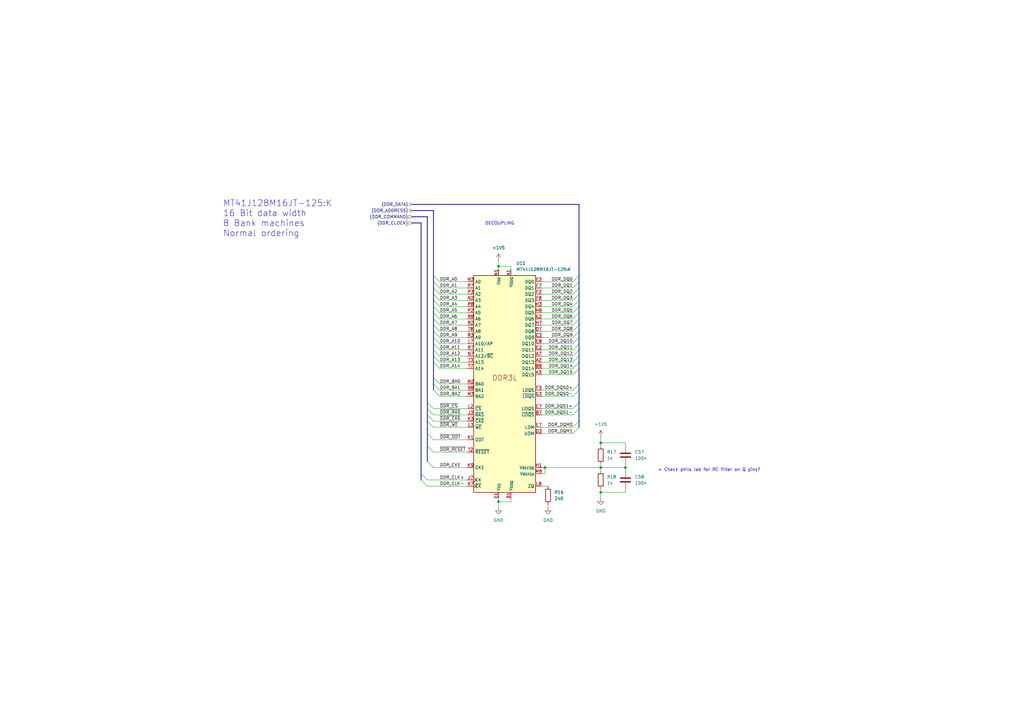
<source format=kicad_sch>
(kicad_sch (version 20250114) (generator "eeschema") (generator_version "9.0")
  (paper "A3")
  (lib_symbols
    (symbol "Device:C" (pin_numbers (hide yes)) (pin_names (offset 0.254))
      (property "Reference" "C" (at 0.635 2.54 0))
      (property "Value" "C" (at 0.635 -2.54 0))
      (symbol "C_0_1"
        (polyline (pts (xy -2.032 0.762) (xy 2.032 0.762)) (stroke (width 0.508)))
        (polyline (pts (xy -2.032 -0.762) (xy 2.032 -0.762)) (stroke (width 0.508)))
      )
      (symbol "C_1_1"
        (pin passive line (at 0 3.81 270) (length 2.794) (name "~") (number "1"))
        (pin passive line (at 0 -3.81 90) (length 2.794) (name "~") (number "2"))
      )
    )
    (symbol "Device:R" (pin_numbers (hide yes)) (pin_names (offset 0))
      (property "Reference" "R" (at 2.032 0 90))
      (property "Value" "R" (at 0 0 90))
      (symbol "R_0_1"
        (rectangle (start -1.016 -2.54) (end 1.016 2.54) (stroke (width 0.254)))
      )
      (symbol "R_1_1"
        (pin passive line (at 0 3.81 270) (length 1.27) (name "~") (number "1"))
        (pin passive line (at 0 -3.81 90) (length 1.27) (name "~") (number "2"))
      )
    )
    (symbol "FPGA Accelerator:MT41J128M16JT-125{colon}K"
      (property "Reference" "U11" (at 4.6833 48.26 0))
      (property "Value" "MT41J128M16JT-125:K" (at 4.6833 45.72 0))
      (symbol "MT41J128M16JT-125{colon}K_0_1"
        (pin input line (at -15.24 40.64 0) (length 2.54) (name "A0") (number "N3"))
        (pin input line (at -15.24 38.1 0) (length 2.54) (name "A1") (number "P7"))
        (pin input line (at -15.24 35.56 0) (length 2.54) (name "A2") (number "P3"))
        (pin input line (at -15.24 33.02 0) (length 2.54) (name "A3") (number "N2"))
        (pin input line (at -15.24 30.48 0) (length 2.54) (name "A4") (number "P8"))
        (pin input line (at -15.24 27.94 0) (length 2.54) (name "A5") (number "P2"))
        (pin input line (at -15.24 25.4 0) (length 2.54) (name "A6") (number "R8"))
        (pin input line (at -15.24 22.86 0) (length 2.54) (name "A7") (number "R2"))
        (pin input line (at -15.24 20.32 0) (length 2.54) (name "A8") (number "T8"))
        (pin input line (at -15.24 17.78 0) (length 2.54) (name "A9") (number "R3"))
        (pin input line (at -15.24 15.24 0) (length 2.54) (name "A10/AP") (number "L7"))
        (pin input line (at -15.24 12.7 0) (length 2.54) (name "A11") (number "R7"))
        (pin input line (at -15.24 7.62 0) (length 2.54) (name "A13") (number "T3"))
        (pin input line (at -15.24 5.08 0) (length 2.54) (name "A14") (number "T7"))
        (pin input line (at -15.24 -1.27 0) (length 2.54) (name "BA0") (number "M2"))
        (pin input line (at -15.24 -3.81 0) (length 2.54) (name "BA1") (number "N8"))
        (pin input line (at -15.24 -6.35 0) (length 2.54) (name "BA2") (number "M3"))
        (pin input line (at -15.24 -24.13 0) (length 2.54) (name "ODT") (number "K1"))
        (pin input line (at -15.24 -35.56 0) (length 2.54) (name "CKE") (number "K9"))
        (pin input clock (at -15.24 -40.64 0) (length 2.54) (name "CK") (number "J7"))
        (pin passive line (at -2.54 45.72 270) (length 2.54) (hide yes) (name "V_{DD}") (number "B2"))
        (pin passive line (at -2.54 45.72 270) (length 2.54) (hide yes) (name "V_{DD}") (number "D9"))
        (pin passive line (at -2.54 45.72 270) (length 2.54) (hide yes) (name "V_{DD}") (number "G7"))
        (pin passive line (at -2.54 45.72 270) (length 2.54) (hide yes) (name "V_{DD}") (number "K2"))
        (pin passive line (at -2.54 45.72 270) (length 2.54) (hide yes) (name "V_{DD}") (number "K8"))
        (pin passive line (at -2.54 45.72 270) (length 2.54) (hide yes) (name "V_{DD}") (number "N9"))
        (pin passive line (at -2.54 45.72 270) (length 2.54) (hide yes) (name "V_{DD}") (number "R1"))
        (pin passive line (at -2.54 45.72 270) (length 2.54) (hide yes) (name "V_{DD}") (number "R9"))
        (pin passive line (at -2.54 -48.26 90) (length 2.54) (hide yes) (name "V_{SS}") (number "A9"))
        (pin passive line (at -2.54 -48.26 90) (length 2.54) (hide yes) (name "V_{SS}") (number "B3"))
        (pin passive line (at -2.54 -48.26 90) (length 2.54) (hide yes) (name "V_{SS}") (number "G8"))
        (pin passive line (at -2.54 -48.26 90) (length 2.54) (hide yes) (name "V_{SS}") (number "J2"))
        (pin passive line (at -2.54 -48.26 90) (length 2.54) (hide yes) (name "V_{SS}") (number "J8"))
        (pin passive line (at -2.54 -48.26 90) (length 2.54) (hide yes) (name "V_{SS}") (number "M1"))
        (pin passive line (at -2.54 -48.26 90) (length 2.54) (hide yes) (name "V_{SS}") (number "M9"))
        (pin passive line (at -2.54 -48.26 90) (length 2.54) (hide yes) (name "V_{SS}") (number "P1"))
        (pin passive line (at -2.54 -48.26 90) (length 2.54) (hide yes) (name "V_{SS}") (number "P9"))
        (pin passive line (at -2.54 -48.26 90) (length 2.54) (hide yes) (name "V_{SS}") (number "T1"))
        (pin passive line (at -2.54 -48.26 90) (length 2.54) (hide yes) (name "V_{SS}") (number "T9"))
        (pin passive line (at 2.54 45.72 270) (length 2.54) (hide yes) (name "V_{DDQ}") (number "A8"))
        (pin passive line (at 2.54 45.72 270) (length 2.54) (hide yes) (name "V_{DDQ}") (number "C1"))
        (pin passive line (at 2.54 45.72 270) (length 2.54) (hide yes) (name "V_{DDQ}") (number "C9"))
        (pin passive line (at 2.54 45.72 270) (length 2.54) (hide yes) (name "V_{DDQ}") (number "D2"))
        (pin passive line (at 2.54 45.72 270) (length 2.54) (hide yes) (name "V_{DDQ}") (number "E9"))
        (pin passive line (at 2.54 45.72 270) (length 2.54) (hide yes) (name "V_{DDQ}") (number "F1"))
        (pin passive line (at 2.54 45.72 270) (length 2.54) (hide yes) (name "V_{DDQ}") (number "H2"))
        (pin passive line (at 2.54 45.72 270) (length 2.54) (hide yes) (name "V_{DDQ}") (number "H9"))
        (pin passive line (at 2.54 -48.26 90) (length 2.54) (hide yes) (name "V_{SSQ}") (number "B9"))
        (pin passive line (at 2.54 -48.26 90) (length 2.54) (hide yes) (name "V_{SSQ}") (number "D1"))
        (pin passive line (at 2.54 -48.26 90) (length 2.54) (hide yes) (name "V_{SSQ}") (number "D8"))
        (pin passive line (at 2.54 -48.26 90) (length 2.54) (hide yes) (name "V_{SSQ}") (number "E2"))
        (pin passive line (at 2.54 -48.26 90) (length 2.54) (hide yes) (name "V_{SSQ}") (number "E8"))
        (pin passive line (at 2.54 -48.26 90) (length 2.54) (hide yes) (name "V_{SSQ}") (number "F9"))
        (pin passive line (at 2.54 -48.26 90) (length 2.54) (hide yes) (name "V_{SSQ}") (number "G1"))
        (pin passive line (at 2.54 -48.26 90) (length 2.54) (hide yes) (name "V_{SSQ}") (number "G9"))
        (pin no_connect line (at 12.7 0 180) (length 2.54) (hide yes) (name "NC") (number "M7"))
        (pin no_connect line (at 12.7 -2.54 180) (length 2.54) (hide yes) (name "NC") (number "J1"))
        (pin no_connect line (at 12.7 -25.4 180) (length 2.54) (hide yes) (name "NC") (number "J9"))
        (pin no_connect line (at 12.7 -27.94 180) (length 2.54) (hide yes) (name "NC") (number "L9"))
        (pin no_connect line (at 12.7 -30.48 180) (length 2.54) (hide yes) (name "NC") (number "L1"))
        (pin bidirectional line (at 15.24 40.64 180) (length 2.54) (name "DQ0") (number "E3"))
        (pin bidirectional line (at 15.24 38.1 180) (length 2.54) (name "DQ1") (number "F7"))
        (pin bidirectional line (at 15.24 35.56 180) (length 2.54) (name "DQ2") (number "F2"))
        (pin bidirectional line (at 15.24 33.02 180) (length 2.54) (name "DQ3") (number "F8"))
        (pin bidirectional line (at 15.24 30.48 180) (length 2.54) (name "DQ4") (number "H3"))
        (pin bidirectional line (at 15.24 27.94 180) (length 2.54) (name "DQ5") (number "H8"))
        (pin bidirectional line (at 15.24 25.4 180) (length 2.54) (name "DQ6") (number "G2"))
        (pin bidirectional line (at 15.24 22.86 180) (length 2.54) (name "DQ7") (number "H7"))
        (pin bidirectional line (at 15.24 20.32 180) (length 2.54) (name "DQ8") (number "D7"))
        (pin bidirectional line (at 15.24 17.78 180) (length 2.54) (name "DQ9") (number "C3"))
        (pin bidirectional line (at 15.24 15.24 180) (length 2.54) (name "DQ10") (number "C8"))
        (pin bidirectional line (at 15.24 12.7 180) (length 2.54) (name "DQ11") (number "C2"))
        (pin bidirectional line (at 15.24 10.16 180) (length 2.54) (name "DQ12") (number "A7"))
        (pin bidirectional line (at 15.24 7.62 180) (length 2.54) (name "DQ13") (number "A2"))
        (pin bidirectional line (at 15.24 5.08 180) (length 2.54) (name "DQ14") (number "B8"))
        (pin bidirectional line (at 15.24 2.54 180) (length 2.54) (name "DQ15") (number "A3"))
        (pin bidirectional line (at 15.24 -3.81 180) (length 2.54) (name "LDQS") (number "F3"))
        (pin bidirectional line (at 15.24 -11.43 180) (length 2.54) (name "UDQS") (number "C7"))
        (pin input line (at 15.24 -19.05 180) (length 2.54) (name "LDM") (number "E7"))
        (pin input line (at 15.24 -21.59 180) (length 2.54) (name "UDM") (number "D3"))
        (pin passive line (at 15.24 -35.56 180) (length 2.54) (name "V_{REFDQ}") (number "H1"))
        (pin passive line (at 15.24 -38.1 180) (length 2.54) (name "V_{REFCA}") (number "M8"))
        (pin passive line (at 15.24 -43.18 180) (length 2.54) (name "ZQ") (number "L8"))
      )
      (symbol "MT41J128M16JT-125{colon}K_1_1"
        (rectangle (start -12.7 43.18) (end 12.7 -45.72) (stroke (width 0.254)) (fill (type background)))
        (text "DDR3L" (at 0 0 0) (effects (font (size 2.1336 2.1336)) (justify bottom)))
        (pin input line (at -15.24 10.16 0) (length 2.54) (name "A12/~{BC}") (number "N7"))
        (pin input line (at -15.24 -11.43 0) (length 2.54) (name "~{CS}") (number "L2"))
        (pin input line (at -15.24 -13.97 0) (length 2.54) (name "~{RAS}") (number "J3"))
        (pin input line (at -15.24 -16.51 0) (length 2.54) (name "~{CAS}") (number "K3"))
        (pin input line (at -15.24 -19.05 0) (length 2.54) (name "~{WE}") (number "L3"))
        (pin input line (at -15.24 -29.21 0) (length 2.54) (name "~{RESET}") (number "T2"))
        (pin input clock (at -15.24 -43.18 0) (length 2.54) (name "~{CK}") (number "K7"))
        (pin power_in line (at -2.54 45.72 270) (length 2.54) (name "V_{DD}") (number "N1"))
        (pin power_in line (at -2.54 -48.26 90) (length 2.54) (name "V_{SS}") (number "E1"))
        (pin power_in line (at 2.54 45.72 270) (length 2.54) (name "V_{DDQ}") (number "A1"))
        (pin power_in line (at 2.54 -48.26 90) (length 2.54) (name "V_{SSQ}") (number "B1"))
        (pin bidirectional line (at 15.24 -6.35 180) (length 2.54) (name "~{LDQS}") (number "G3"))
        (pin bidirectional line (at 15.24 -13.97 180) (length 2.54) (name "~{UDQS}") (number "B7"))
      )
    )
    (symbol "power:+1V5" (power) (pin_numbers (hide yes)) (pin_names (offset 0) (hide yes))
      (property "Value" "+1V5" (at 0 3.556 0))
      (symbol "+1V5_0_1"
        (polyline (pts (xy -0.762 1.27) (xy 0 2.54)))
        (polyline (pts (xy 0 2.54) (xy 0.762 1.27)))
        (polyline (pts (xy 0 0) (xy 0 2.54)))
      )
      (symbol "+1V5_1_1"
        (pin power_in line (at 0 0 90) (length 0) (name "~") (number "1"))
      )
    )
    (symbol "power:GND" (power) (pin_numbers (hide yes)) (pin_names (offset 0) (hide yes))
      (property "Value" "GND" (at 0 -3.81 0))
      (symbol "GND_0_1"
        (polyline (pts (xy 0 0) (xy 0 -1.27) (xy 1.27 -1.27) (xy 0 -2.54) (xy -1.27 -1.27) (xy 0 -1.27)))
      )
      (symbol "GND_1_1"
        (pin power_in line (at 0 0 270) (length 0) (name "~") (number "1"))
      )
    )
  )
  (bus_alias "DDR_ADDRESS" (members "DDR_A[0..14]" "DDR_BA[0..2]"))
  (bus_alias "DDR_CLOCK" (members "DDR_CLK+" "DDR_CLK-"))
  (bus_alias "DDR_COMMAND" (members "~{DDR_CS}" "~{DDR_RAS}" "~{DDR_CAS}" "~{DDR_WE}" "~{DDR_ODT}" "~{DDR_RESET}" "DDR_CKE"))
  (bus_alias "DDR_DATA" (members "DDR_DQ[0..15]" "DDR_DQS[0..1]+" "DDR_DQS[0..1]-" "DDR_DQM0" "DDR_DQM1"))
  (text "MT41J128M16JT-125:K\n16 Bit data width\n8 Bank machines\nNormal ordering" (at 91.44 89.662 0) (effects (font (size 2.54 2.54)) (justify left)))
  (text "DECOUPLING" (at 204.978 91.694 0) (effects (font (size 1.27 1.27))))
  (text "< Check phils lab for RC filter on Q pins? " (at 291.338 192.786 0) (effects (font (size 1.27 1.27))))
  (junction (at 204.47 205.74))
  (junction (at 246.38 201.93))
  (junction (at 246.38 191.77))
  (junction (at 223.52 191.77))
  (junction (at 204.47 109.22))
  (junction (at 246.38 181.61))
  (junction (at 256.54 191.77))
  (bus_entry (at 175.26 196.85) (size -2.54 -2.54))
  (bus_entry (at 177.8 175.26) (size -2.54 -2.54))
  (bus_entry (at 180.34 120.65) (size -2.54 -2.54))
  (bus_entry (at 234.95 130.81) (size 2.54 -2.54))
  (bus_entry (at 177.8 172.72) (size -2.54 -2.54))
  (bus_entry (at 234.95 143.51) (size 2.54 -2.54))
  (bus_entry (at 234.95 115.57) (size 2.54 -2.54))
  (bus_entry (at 234.95 167.64) (size 2.54 -2.54))
  (bus_entry (at 177.8 185.42) (size -2.54 -2.54))
  (bus_entry (at 234.95 170.18) (size 2.54 -2.54))
  (bus_entry (at 180.34 135.89) (size -2.54 -2.54))
  (bus_entry (at 180.34 128.27) (size -2.54 -2.54))
  (bus_entry (at 234.95 140.97) (size 2.54 -2.54))
  (bus_entry (at 234.95 160.02) (size 2.54 -2.54))
  (bus_entry (at 234.95 123.19) (size 2.54 -2.54))
  (bus_entry (at 234.95 138.43) (size 2.54 -2.54))
  (bus_entry (at 234.95 128.27) (size 2.54 -2.54))
  (bus_entry (at 180.34 115.57) (size -2.54 -2.54))
  (bus_entry (at 234.95 133.35) (size 2.54 -2.54))
  (bus_entry (at 180.34 160.02) (size -2.54 -2.54))
  (bus_entry (at 177.8 191.77) (size -2.54 -2.54))
  (bus_entry (at 234.95 151.13) (size 2.54 -2.54))
  (bus_entry (at 180.34 148.59) (size -2.54 -2.54))
  (bus_entry (at 180.34 118.11) (size -2.54 -2.54))
  (bus_entry (at 180.34 138.43) (size -2.54 -2.54))
  (bus_entry (at 234.95 125.73) (size 2.54 -2.54))
  (bus_entry (at 180.34 146.05) (size -2.54 -2.54))
  (bus_entry (at 180.34 123.19) (size -2.54 -2.54))
  (bus_entry (at 234.95 177.8) (size 2.54 -2.54))
  (bus_entry (at 180.34 143.51) (size -2.54 -2.54))
  (bus_entry (at 180.34 157.48) (size -2.54 -2.54))
  (bus_entry (at 175.26 199.39) (size -2.54 -2.54))
  (bus_entry (at 177.8 170.18) (size -2.54 -2.54))
  (bus_entry (at 234.95 146.05) (size 2.54 -2.54))
  (bus_entry (at 180.34 140.97) (size -2.54 -2.54))
  (bus_entry (at 234.95 162.56) (size 2.54 -2.54))
  (bus_entry (at 180.34 162.56) (size -2.54 -2.54))
  (bus_entry (at 234.95 118.11) (size 2.54 -2.54))
  (bus_entry (at 180.34 125.73) (size -2.54 -2.54))
  (bus_entry (at 180.34 151.13) (size -2.54 -2.54))
  (bus_entry (at 234.95 153.67) (size 2.54 -2.54))
  (bus_entry (at 177.8 180.34) (size -2.54 -2.54))
  (bus_entry (at 177.8 167.64) (size -2.54 -2.54))
  (bus_entry (at 234.95 135.89) (size 2.54 -2.54))
  (bus_entry (at 234.95 120.65) (size 2.54 -2.54))
  (bus_entry (at 234.95 148.59) (size 2.54 -2.54))
  (bus_entry (at 180.34 130.81) (size -2.54 -2.54))
  (bus_entry (at 180.34 133.35) (size -2.54 -2.54))
  (bus_entry (at 234.95 175.26) (size 2.54 -2.54))
  (wire (pts (xy 234.95 125.73) (xy 222.25 125.73)))
  (bus (pts (xy 172.72 91.44) (xy 172.72 194.31)))
  (wire (pts (xy 246.38 181.61) (xy 246.38 182.88)))
  (wire (pts (xy 234.95 167.64) (xy 222.25 167.64)))
  (wire (pts (xy 180.34 146.05) (xy 191.77 146.05)))
  (wire (pts (xy 223.52 191.77) (xy 246.38 191.77)))
  (bus (pts (xy 237.49 135.89) (xy 237.49 133.35)))
  (wire (pts (xy 177.8 185.42) (xy 191.77 185.42)))
  (bus (pts (xy 177.8 154.94) (xy 177.8 148.59)))
  (bus (pts (xy 237.49 118.11) (xy 237.49 115.57)))
  (bus (pts (xy 177.8 157.48) (xy 177.8 154.94)))
  (wire (pts (xy 246.38 179.07) (xy 246.38 181.61)))
  (wire (pts (xy 246.38 191.77) (xy 246.38 190.5)))
  (bus (pts (xy 177.8 115.57) (xy 177.8 113.03)))
  (bus (pts (xy 175.26 182.88) (xy 175.26 189.23)))
  (wire (pts (xy 204.47 208.28) (xy 204.47 205.74)))
  (wire (pts (xy 204.47 109.22) (xy 204.47 110.49)))
  (wire (pts (xy 204.47 106.68) (xy 204.47 109.22)))
  (wire (pts (xy 223.52 194.31) (xy 223.52 191.77)))
  (wire (pts (xy 234.95 138.43) (xy 222.25 138.43)))
  (wire (pts (xy 222.25 194.31) (xy 223.52 194.31)))
  (bus (pts (xy 177.8 160.02) (xy 177.8 157.48)))
  (wire (pts (xy 234.95 133.35) (xy 222.25 133.35)))
  (bus (pts (xy 177.8 138.43) (xy 177.8 135.89)))
  (bus (pts (xy 237.49 160.02) (xy 237.49 157.48)))
  (wire (pts (xy 246.38 201.93) (xy 246.38 200.66)))
  (wire (pts (xy 234.95 162.56) (xy 222.25 162.56)))
  (wire (pts (xy 234.95 118.11) (xy 222.25 118.11)))
  (wire (pts (xy 209.55 205.74) (xy 209.55 204.47)))
  (bus (pts (xy 237.49 148.59) (xy 237.49 146.05)))
  (bus (pts (xy 177.8 130.81) (xy 177.8 128.27)))
  (bus (pts (xy 237.49 130.81) (xy 237.49 128.27)))
  (wire (pts (xy 234.95 115.57) (xy 222.25 115.57)))
  (wire (pts (xy 256.54 200.66) (xy 256.54 201.93)))
  (wire (pts (xy 256.54 190.5) (xy 256.54 191.77)))
  (wire (pts (xy 180.34 115.57) (xy 191.77 115.57)))
  (bus (pts (xy 237.49 140.97) (xy 237.49 138.43)))
  (bus (pts (xy 237.49 151.13) (xy 237.49 148.59)))
  (bus (pts (xy 168.91 86.36) (xy 177.8 86.36)))
  (bus (pts (xy 175.26 177.8) (xy 175.26 182.88)))
  (bus (pts (xy 237.49 120.65) (xy 237.49 118.11)))
  (bus (pts (xy 177.8 133.35) (xy 177.8 130.81)))
  (bus (pts (xy 237.49 115.57) (xy 237.49 113.03)))
  (wire (pts (xy 256.54 181.61) (xy 256.54 182.88)))
  (bus (pts (xy 237.49 123.19) (xy 237.49 120.65)))
  (bus (pts (xy 172.72 196.85) (xy 172.72 194.31)))
  (bus (pts (xy 237.49 143.51) (xy 237.49 140.97)))
  (bus (pts (xy 168.91 88.9) (xy 175.26 88.9)))
  (bus (pts (xy 177.8 118.11) (xy 177.8 115.57)))
  (wire (pts (xy 177.8 172.72) (xy 191.77 172.72)))
  (bus (pts (xy 177.8 135.89) (xy 177.8 133.35)))
  (bus (pts (xy 168.91 91.44) (xy 172.72 91.44)))
  (bus (pts (xy 177.8 146.05) (xy 177.8 143.51)))
  (wire (pts (xy 234.95 153.67) (xy 222.25 153.67)))
  (bus (pts (xy 177.8 140.97) (xy 177.8 138.43)))
  (wire (pts (xy 191.77 143.51) (xy 180.34 143.51)))
  (wire (pts (xy 246.38 201.93) (xy 256.54 201.93)))
  (wire (pts (xy 234.95 170.18) (xy 222.25 170.18)))
  (bus (pts (xy 177.8 125.73) (xy 177.8 123.19)))
  (wire (pts (xy 204.47 205.74) (xy 209.55 205.74)))
  (wire (pts (xy 191.77 128.27) (xy 180.34 128.27)))
  (wire (pts (xy 177.8 170.18) (xy 191.77 170.18)))
  (bus (pts (xy 237.49 172.72) (xy 237.49 167.64)))
  (wire (pts (xy 234.95 160.02) (xy 222.25 160.02)))
  (wire (pts (xy 175.26 199.39) (xy 191.77 199.39)))
  (wire (pts (xy 191.77 138.43) (xy 180.34 138.43)))
  (bus (pts (xy 175.26 172.72) (xy 175.26 177.8)))
  (bus (pts (xy 177.8 120.65) (xy 177.8 118.11)))
  (wire (pts (xy 191.77 133.35) (xy 180.34 133.35)))
  (bus (pts (xy 237.49 157.48) (xy 237.49 151.13)))
  (wire (pts (xy 234.95 128.27) (xy 222.25 128.27)))
  (wire (pts (xy 256.54 191.77) (xy 256.54 193.04)))
  (bus (pts (xy 175.26 172.72) (xy 175.26 170.18)))
  (bus (pts (xy 237.49 175.26) (xy 237.49 172.72)))
  (wire (pts (xy 191.77 118.11) (xy 180.34 118.11)))
  (bus (pts (xy 237.49 165.1) (xy 237.49 160.02)))
  (wire (pts (xy 180.34 162.56) (xy 191.77 162.56)))
  (wire (pts (xy 234.95 177.8) (xy 222.25 177.8)))
  (wire (pts (xy 209.55 109.22) (xy 209.55 110.49)))
  (wire (pts (xy 246.38 204.47) (xy 246.38 201.93)))
  (wire (pts (xy 180.34 135.89) (xy 191.77 135.89)))
  (wire (pts (xy 234.95 143.51) (xy 222.25 143.51)))
  (wire (pts (xy 234.95 135.89) (xy 222.25 135.89)))
  (bus (pts (xy 237.49 125.73) (xy 237.49 123.19)))
  (wire (pts (xy 246.38 181.61) (xy 256.54 181.61)))
  (wire (pts (xy 246.38 191.77) (xy 256.54 191.77)))
  (bus (pts (xy 237.49 133.35) (xy 237.49 130.81)))
  (bus (pts (xy 177.8 123.19) (xy 177.8 120.65)))
  (wire (pts (xy 246.38 191.77) (xy 246.38 193.04)))
  (bus (pts (xy 175.26 165.1) (xy 175.26 88.9)))
  (wire (pts (xy 234.95 140.97) (xy 222.25 140.97)))
  (wire (pts (xy 180.34 125.73) (xy 191.77 125.73)))
  (wire (pts (xy 234.95 175.26) (xy 222.25 175.26)))
  (wire (pts (xy 191.77 123.19) (xy 180.34 123.19)))
  (bus (pts (xy 177.8 143.51) (xy 177.8 140.97)))
  (bus (pts (xy 168.91 83.82) (xy 237.49 83.82)))
  (wire (pts (xy 204.47 205.74) (xy 204.47 204.47)))
  (bus (pts (xy 237.49 138.43) (xy 237.49 135.89)))
  (wire (pts (xy 223.52 191.77) (xy 222.25 191.77)))
  (wire (pts (xy 234.95 123.19) (xy 222.25 123.19)))
  (wire (pts (xy 224.79 199.39) (xy 222.25 199.39)))
  (wire (pts (xy 234.95 120.65) (xy 222.25 120.65)))
  (bus (pts (xy 237.49 146.05) (xy 237.49 143.51)))
  (bus (pts (xy 177.8 113.03) (xy 177.8 86.36)))
  (bus (pts (xy 237.49 113.03) (xy 237.49 83.82)))
  (wire (pts (xy 180.34 120.65) (xy 191.77 120.65)))
  (bus (pts (xy 175.26 167.64) (xy 175.26 165.1)))
  (wire (pts (xy 234.95 146.05) (xy 222.25 146.05)))
  (wire (pts (xy 180.34 151.13) (xy 191.77 151.13)))
  (wire (pts (xy 234.95 151.13) (xy 222.25 151.13)))
  (wire (pts (xy 224.79 208.28) (xy 224.79 207.01)))
  (wire (pts (xy 180.34 130.81) (xy 191.77 130.81)))
  (bus (pts (xy 177.8 128.27) (xy 177.8 125.73)))
  (wire (pts (xy 191.77 175.26) (xy 177.8 175.26)))
  (wire (pts (xy 234.95 130.81) (xy 222.25 130.81)))
  (bus (pts (xy 177.8 148.59) (xy 177.8 146.05)))
  (bus (pts (xy 237.49 128.27) (xy 237.49 125.73)))
  (wire (pts (xy 191.77 160.02) (xy 180.34 160.02)))
  (wire (pts (xy 177.8 191.77) (xy 191.77 191.77)))
  (wire (pts (xy 180.34 140.97) (xy 191.77 140.97)))
  (wire (pts (xy 175.26 196.85) (xy 191.77 196.85)))
  (wire (pts (xy 234.95 148.59) (xy 222.25 148.59)))
  (wire (pts (xy 191.77 148.59) (xy 180.34 148.59)))
  (wire (pts (xy 177.8 180.34) (xy 191.77 180.34)))
  (wire (pts (xy 177.8 167.64) (xy 191.77 167.64)))
  (bus (pts (xy 237.49 167.64) (xy 237.49 165.1)))
  (wire (pts (xy 204.47 109.22) (xy 209.55 109.22)))
  (bus (pts (xy 175.26 170.18) (xy 175.26 167.64)))
  (wire (pts (xy 180.34 157.48) (xy 191.77 157.48)))
  (label "DDR_A7" (at 180.34 133.35 0))
  (label "DDR_A12" (at 180.34 146.05 0))
  (label "~{DDR_WE}" (at 180.34 175.26 0))
  (label "DDR_DQS0+" (at 234.95 160.02 180))
  (label "~{DDR_RESET}" (at 180.34 185.42 0))
  (label "DDR_A5" (at 180.34 128.27 0))
  (label "DDR_A6" (at 180.34 130.81 0))
  (label "DDR_DQS1-" (at 234.95 170.18 180))
  (label "DDR_DQ13" (at 234.95 148.59 180))
  (label "DDR_A8" (at 180.34 135.89 0))
  (label "DDR_DQ8" (at 234.95 135.89 180))
  (label "DDR_A11" (at 180.34 143.51 0))
  (label "DDR_DQM0" (at 234.95 175.26 180))
  (label "~{DDR_RAS}" (at 180.34 170.18 0))
  (label "DDR_A13" (at 180.34 148.59 0))
  (label "DDR_CLK-" (at 180.34 199.39 0))
  (label "DDR_CLK+" (at 180.34 196.85 0))
  (label "DDR_DQ12" (at 234.95 146.05 180))
  (label "DDR_DQ5" (at 234.95 128.27 180))
  (label "DDR_DQ3" (at 234.95 123.19 180))
  (label "DDR_DQ9" (at 234.95 138.43 180))
  (label "DDR_DQ0" (at 234.95 115.57 180))
  (label "DDR_DQ4" (at 234.95 125.73 180))
  (label "DDR_A1" (at 180.34 118.11 0))
  (label "DDR_DQ6" (at 234.95 130.81 180))
  (label "DDR_A2" (at 180.34 120.65 0))
  (label "DDR_DQ1" (at 234.95 118.11 180))
  (label "DDR_A9" (at 180.34 138.43 0))
  (label "DDR_DQ2" (at 234.95 120.65 180))
  (label "~{DDR_CS}" (at 180.34 167.64 0))
  (label "DDR_A10" (at 180.34 140.97 0))
  (label "DDR_BA2" (at 180.34 162.56 0))
  (label "DDR_A0" (at 180.34 115.57 0))
  (label "DDR_DQM1" (at 234.95 177.8 180))
  (label "~{DDR_ODT}" (at 180.34 180.34 0))
  (label "DDR_A4" (at 180.34 125.73 0))
  (label "DDR_DQ10" (at 234.95 140.97 180))
  (label "DDR_DQS1+" (at 234.95 167.64 180))
  (label "DDR_DQS0-" (at 234.95 162.56 180))
  (label "DDR_CKE" (at 180.34 191.77 0))
  (label "~{DDR_CAS}" (at 180.34 172.72 0))
  (label "DDR_DQ15" (at 234.95 153.67 180))
  (label "DDR_DQ11" (at 234.95 143.51 180))
  (label "DDR_A14" (at 180.34 151.13 0))
  (label "DDR_BA0" (at 180.34 157.48 0))
  (label "DDR_DQ7" (at 234.95 133.35 180))
  (label "DDR_BA1" (at 180.34 160.02 0))
  (label "DDR_DQ14" (at 234.95 151.13 180))
  (label "DDR_A3" (at 180.34 123.19 0))
  (hierarchical_label "{DDR_DATA}" (shape bidirectional) (at 168.91 83.82 180))
  (hierarchical_label "{DDR_ADDRESS}" (shape bidirectional) (at 168.91 86.36 180))
  (hierarchical_label "{DDR_COMMAND}" (shape input) (at 168.91 88.9 180))
  (hierarchical_label "{DDR_CLOCK}" (shape input) (at 168.91 91.44 180))
  (symbol (lib_id "FPGA Accelerator:MT41J128M16JT-125{colon}K") (at 207.01 156.21 0) (unit 1)
    (property "Reference" "U11" (at 211.6933 107.95 0) (effects (justify left)))
    (property "Value" "MT41J128M16JT-125:K" (at 211.6933 110.49 0) (effects (justify left)))
    (property "Footprint" "Package_BGA:Micron_FBGA-96_8x14mm_Layout9x16_P0.8mm" (effects (hide yes)))
    (property "Datasheet" "https://jlcpcb.com/api/file/downloadByFileSystemAccessId/8588897929810104320" (effects (hide yes)))
    (property "Description" "0℃~+95℃ 1.425V~1.575V 12mA 2Gbit 49mA SDRAM DDR3L FBGA-96 DDR SDRAM ROHS" (effects (hide yes)))
    (property "MPN" "MT41J128M16JT-125:K" (effects (hide yes)))
    (property "LCSC" "C426885" (effects (hide yes)))
  )
  (symbol (lib_id "power:GND") (at 224.79 208.28 0) (unit 1)
    (property "Reference" "#PWR044" (effects (hide yes)))
    (property "Value" "GND" (at 224.79 213.36 0))
    (property "Description" "Power symbol creates a global label with name \"GND\" , ground" (effects (hide yes)))
  )
  (symbol (lib_id "Device:R") (at 224.79 203.2 0) (unit 1)
    (property "Reference" "R16" (at 227.33 201.9299 0) (effects (justify left)))
    (property "Value" "240" (at 227.33 204.4699 0) (effects (justify left)))
    (property "Description" "Resistor" (effects (hide yes)))
  )
  (symbol (lib_id "power:GND") (at 246.38 204.47 0) (unit 1)
    (property "Reference" "#PWR046" (effects (hide yes)))
    (property "Value" "GND" (at 246.38 209.55 0))
    (property "Description" "Power symbol creates a global label with name \"GND\" , ground" (effects (hide yes)))
  )
  (symbol (lib_id "Device:R") (at 246.38 186.69 0) (unit 1)
    (property "Reference" "R17" (at 248.92 185.4199 0) (effects (justify left)))
    (property "Value" "1k" (at 248.92 187.9599 0) (effects (justify left)))
    (property "Description" "Resistor" (effects (hide yes)))
  )
  (symbol (lib_id "power:+1V5") (at 246.38 179.07 0) (unit 1)
    (property "Reference" "#PWR045" (effects (hide yes)))
    (property "Value" "+1V5" (at 246.38 173.99 0))
    (property "Description" "Power symbol creates a global label with name \"+1V5\"" (effects (hide yes)))
  )
  (symbol (lib_id "Device:C") (at 256.54 186.69 0) (unit 1)
    (property "Reference" "C57" (at 260.35 185.4199 0) (effects (justify left)))
    (property "Value" "100n" (at 260.35 187.9599 0) (effects (justify left)))
    (property "Description" "Unpolarized capacitor" (effects (hide yes)))
  )
  (symbol (lib_id "power:+1V5") (at 204.47 106.68 0) (unit 1)
    (property "Reference" "#PWR043" (effects (hide yes)))
    (property "Value" "+1V5" (at 204.47 101.6 0))
    (property "Description" "Power symbol creates a global label with name \"+1V5\"" (effects (hide yes)))
  )
  (symbol (lib_id "Device:C") (at 256.54 196.85 0) (unit 1)
    (property "Reference" "C58" (at 260.35 195.5799 0) (effects (justify left)))
    (property "Value" "100n" (at 260.35 198.1199 0) (effects (justify left)))
    (property "Description" "Unpolarized capacitor" (effects (hide yes)))
  )
  (symbol (lib_id "Device:R") (at 246.38 196.85 0) (unit 1)
    (property "Reference" "R18" (at 248.92 195.5799 0) (effects (justify left)))
    (property "Value" "1k" (at 248.92 198.1199 0) (effects (justify left)))
    (property "Description" "Resistor" (effects (hide yes)))
  )
  (symbol (lib_id "power:GND") (at 204.47 208.28 0) (unit 1)
    (property "Reference" "#PWR042" (effects (hide yes)))
    (property "Value" "GND" (at 204.47 213.36 0))
    (property "Description" "Power symbol creates a global label with name \"GND\" , ground" (effects (hide yes)))
  )
)
</source>
